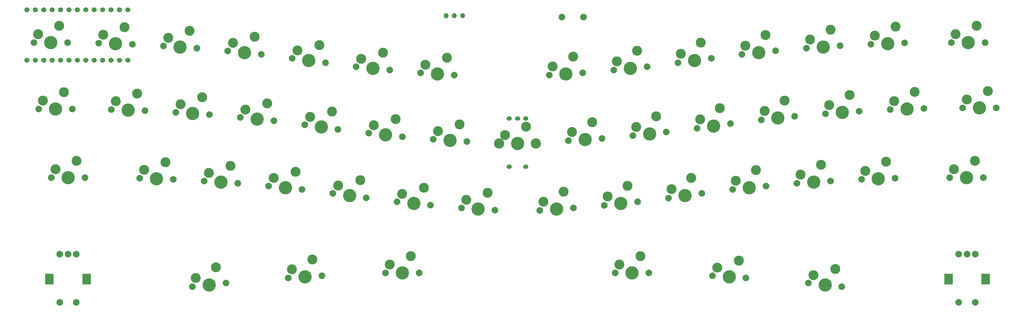
<source format=gbr>
G04 #@! TF.GenerationSoftware,KiCad,Pcbnew,(6.0.10)*
G04 #@! TF.CreationDate,2023-05-22T23:46:38+09:00*
G04 #@! TF.ProjectId,PARALLAX,50415241-4c4c-4415-982e-6b696361645f,rev?*
G04 #@! TF.SameCoordinates,Original*
G04 #@! TF.FileFunction,Soldermask,Top*
G04 #@! TF.FilePolarity,Negative*
%FSLAX46Y46*%
G04 Gerber Fmt 4.6, Leading zero omitted, Abs format (unit mm)*
G04 Created by KiCad (PCBNEW (6.0.10)) date 2023-05-22 23:46:38*
%MOMM*%
%LPD*%
G01*
G04 APERTURE LIST*
%ADD10C,3.000000*%
%ADD11C,4.000000*%
%ADD12C,2.000000*%
%ADD13O,1.500000X1.500000*%
%ADD14C,1.524000*%
%ADD15R,2.500000X3.200000*%
%ADD16O,1.600000X1.300000*%
%ADD17C,3.100000*%
G04 APERTURE END LIST*
D10*
X134648090Y-51653331D03*
D11*
X131591000Y-56440000D03*
D12*
X136643171Y-56971005D03*
X126538829Y-55908995D03*
D10*
X128067374Y-53515661D03*
D13*
X152347700Y-20446700D03*
X154847700Y-20446700D03*
X149847700Y-20446700D03*
D10*
X226573179Y-51771969D03*
D12*
X225669038Y-54463999D03*
D10*
X232507882Y-48372939D03*
D12*
X235730162Y-53050001D03*
D11*
X230699600Y-53757000D03*
D12*
X35620000Y-28550000D03*
D11*
X30540000Y-28550000D03*
D12*
X25460000Y-28550000D03*
D10*
X33080000Y-23470000D03*
X26730000Y-26010000D03*
D12*
X206263229Y-56666505D03*
D10*
X207260769Y-54007668D03*
X213310481Y-50817826D03*
D12*
X216367571Y-55604495D03*
D11*
X211315400Y-56135500D03*
D10*
X38258800Y-64280000D03*
D12*
X40798800Y-69360000D03*
D10*
X31908800Y-66820000D03*
D11*
X35718800Y-69360000D03*
D12*
X30638800Y-69360000D03*
D10*
X104989778Y-30939470D03*
D11*
X108409200Y-33985000D03*
D12*
X103378638Y-33278001D03*
X113439762Y-34691999D03*
D10*
X111631480Y-29307938D03*
X259781000Y-27621959D03*
D12*
X268826525Y-29535637D03*
D11*
X263758900Y-29890000D03*
D10*
X265938350Y-24645193D03*
D12*
X258691275Y-30244363D03*
D10*
X182102100Y-35781959D03*
D12*
X191147625Y-37695637D03*
D11*
X186080000Y-38050000D03*
D10*
X188259450Y-32805193D03*
D12*
X181012375Y-38404363D03*
D14*
X51247700Y-18675300D03*
X48707700Y-18675300D03*
X46167700Y-18675300D03*
X43627700Y-18675300D03*
X41087700Y-18675300D03*
X38547700Y-18675300D03*
X36007700Y-18675300D03*
X33467700Y-18675300D03*
X30927700Y-18675300D03*
X28387700Y-18675300D03*
X25847700Y-18675300D03*
X23307700Y-18675300D03*
X23307700Y-33895300D03*
X25847700Y-33895300D03*
X28387700Y-33895300D03*
X30927700Y-33895300D03*
X33467700Y-33895300D03*
X36007700Y-33895300D03*
X38547700Y-33895300D03*
X41087700Y-33895300D03*
X43627700Y-33895300D03*
X46167700Y-33895300D03*
X48707700Y-33895300D03*
X51247700Y-33895300D03*
X53787700Y-33895300D03*
X53787700Y-18675300D03*
D12*
X38218800Y-92512500D03*
X33218800Y-92512500D03*
X35718800Y-92512500D03*
D15*
X41318800Y-100012500D03*
X30118800Y-100012500D03*
D12*
X33218800Y-107012500D03*
X38218800Y-107012500D03*
D10*
X231746462Y-96520415D03*
D11*
X235370000Y-99320000D03*
D12*
X230302375Y-98965637D03*
X240437625Y-99674363D03*
D10*
X238258176Y-94429556D03*
D11*
X307550700Y-28528000D03*
D12*
X302470700Y-28528000D03*
X312630700Y-28528000D03*
D10*
X303740700Y-25988000D03*
X310090700Y-23448000D03*
X313490000Y-43235000D03*
D12*
X305870000Y-48315000D03*
D10*
X307140000Y-45775000D03*
D12*
X316030000Y-48315000D03*
D11*
X310950000Y-48315000D03*
D12*
X255135671Y-50844995D03*
X245031329Y-51907005D03*
D10*
X246028869Y-49248168D03*
D11*
X250083500Y-51376000D03*
D10*
X252078581Y-46058326D03*
D12*
X68299375Y-49630637D03*
D10*
X69743462Y-47185415D03*
X76255176Y-45094556D03*
D11*
X73367000Y-49985000D03*
D12*
X78434625Y-50339363D03*
D11*
X283261500Y-28865000D03*
D12*
X288338405Y-28687711D03*
X278184595Y-29042289D03*
D10*
X279365176Y-26459514D03*
X285622663Y-23699450D03*
D12*
X94077371Y-32136005D03*
D11*
X89025200Y-31605000D03*
D12*
X83973029Y-31073995D03*
D10*
X85501574Y-28680661D03*
X92082290Y-26818331D03*
X117312078Y-71754470D03*
D11*
X120731500Y-74800000D03*
D12*
X125762062Y-75506999D03*
D10*
X123953780Y-70122938D03*
D12*
X115700938Y-74093001D03*
X132845971Y-36891005D03*
D10*
X130850890Y-31573331D03*
D12*
X122741629Y-35828995D03*
D10*
X124270174Y-33435661D03*
D11*
X127793800Y-36360000D03*
X206021200Y-98130000D03*
D10*
X202211200Y-95590000D03*
D12*
X200941200Y-98130000D03*
D10*
X208561200Y-93050000D03*
D12*
X211101200Y-98130000D03*
D10*
X237386469Y-70297168D03*
D11*
X241441100Y-72425000D03*
D12*
X236388929Y-72956005D03*
X246493271Y-71893995D03*
D10*
X243436181Y-67107326D03*
X187882200Y-55568959D03*
D12*
X196927725Y-57482637D03*
D10*
X194039550Y-52592193D03*
D11*
X191860100Y-57837000D03*
D12*
X186792475Y-58191363D03*
X207725271Y-76653995D03*
D10*
X198618469Y-75057168D03*
D11*
X202673100Y-77185000D03*
D12*
X197620929Y-77716005D03*
D10*
X204668181Y-71867326D03*
X78268462Y-67920415D03*
X84780176Y-65829556D03*
D11*
X81892000Y-70720000D03*
D12*
X86959625Y-71074363D03*
X76824375Y-70365637D03*
D11*
X101347400Y-72420000D03*
D10*
X97823774Y-69495661D03*
X104404490Y-67633331D03*
D12*
X106399571Y-72951005D03*
X96295229Y-71888995D03*
D10*
X285145776Y-46249514D03*
D11*
X289042100Y-48655000D03*
D10*
X291403263Y-43489450D03*
D12*
X283965195Y-48832289D03*
X294119005Y-48477711D03*
D10*
X167640000Y-56499900D03*
X173990000Y-53959900D03*
D11*
X171450000Y-59039900D03*
D16*
X173950000Y-51539900D03*
X168950000Y-51539900D03*
X171450000Y-51539900D03*
D17*
X165900000Y-59039900D03*
X177000000Y-59039900D03*
D16*
X173950000Y-66039900D03*
X168950000Y-66039900D03*
D12*
X191368750Y-20850700D03*
X184868750Y-20850700D03*
D11*
X307070000Y-69360000D03*
D12*
X301990000Y-69360000D03*
D10*
X303260000Y-66820000D03*
X309610000Y-64280000D03*
D12*
X312150000Y-69360000D03*
X239251329Y-32121005D03*
D10*
X246298581Y-26272326D03*
D11*
X244303500Y-31590000D03*
D10*
X240248869Y-29462168D03*
D12*
X249355671Y-31058995D03*
D10*
X207530481Y-31032326D03*
D12*
X200483229Y-36881005D03*
D10*
X201480769Y-34222168D03*
D11*
X205535400Y-36350000D03*
D12*
X210587571Y-35818995D03*
X48787195Y-48787711D03*
D11*
X53864100Y-48965000D03*
D12*
X58941005Y-49142289D03*
D10*
X56579842Y-43976739D03*
X50145066Y-46293580D03*
D11*
X62389100Y-69700000D03*
D12*
X57312195Y-69522711D03*
D10*
X65104842Y-64711739D03*
X58670066Y-67028580D03*
D12*
X67466005Y-69877289D03*
D10*
X147423462Y-55335415D03*
D11*
X151047000Y-58135000D03*
D12*
X145979375Y-57780637D03*
D10*
X153935176Y-53244556D03*
D12*
X156114625Y-58489363D03*
X112364625Y-98965637D03*
D10*
X109476450Y-94075193D03*
D12*
X102229375Y-99674363D03*
D10*
X103319100Y-97051959D03*
D11*
X107297000Y-99320000D03*
D12*
X87770229Y-51154995D03*
X97874571Y-52217005D03*
D11*
X92822400Y-51686000D03*
D10*
X89298774Y-48761661D03*
X95879490Y-46899331D03*
D11*
X222057100Y-74805000D03*
D12*
X227087662Y-74098001D03*
X217026538Y-75511999D03*
D10*
X217930679Y-72819969D03*
X223865382Y-69420939D03*
D12*
X309681300Y-92512500D03*
X304681300Y-92512500D03*
X307181300Y-92512500D03*
D15*
X301581300Y-100012500D03*
X312781300Y-100012500D03*
D12*
X304681300Y-107012500D03*
X309681300Y-107012500D03*
D11*
X264319800Y-101770000D03*
D12*
X259267629Y-101238995D03*
D10*
X260796174Y-98845661D03*
D12*
X269371971Y-102301005D03*
D10*
X267376890Y-96983331D03*
X276503276Y-67297514D03*
D11*
X280399600Y-69703000D03*
D12*
X275322695Y-69880289D03*
X285476505Y-69525711D03*
D10*
X282760763Y-64537450D03*
D12*
X135063829Y-76646995D03*
D10*
X143173090Y-72391331D03*
D11*
X140116000Y-77178000D03*
D10*
X136592374Y-74253661D03*
D12*
X145168171Y-77709005D03*
X164639325Y-79229363D03*
D11*
X159571700Y-78875000D03*
D10*
X155948162Y-76075415D03*
X162459876Y-73984556D03*
D12*
X154504075Y-78520637D03*
D10*
X256918700Y-68457959D03*
D12*
X265964225Y-70371637D03*
D11*
X260896600Y-70726000D03*
D12*
X255828975Y-71080363D03*
D10*
X263076050Y-65481193D03*
X34496300Y-43545000D03*
D11*
X31956300Y-48625000D03*
D10*
X28146300Y-46085000D03*
D12*
X26876300Y-48625000D03*
X37036300Y-48625000D03*
X83399371Y-101238995D03*
D10*
X74292569Y-99642168D03*
D12*
X73295029Y-102301005D03*
D10*
X80342281Y-96452326D03*
D11*
X78347200Y-101770000D03*
X112206600Y-54064000D03*
D10*
X108787178Y-51018470D03*
D12*
X117237162Y-54770999D03*
D10*
X115428880Y-49386938D03*
D12*
X107176038Y-53357001D03*
X264471375Y-50031363D03*
D10*
X271718450Y-44432193D03*
D11*
X269539000Y-49677000D03*
D12*
X274606625Y-49322637D03*
D10*
X265561100Y-47408959D03*
D11*
X136645800Y-98130000D03*
D12*
X141725800Y-98130000D03*
D10*
X139185800Y-93050000D03*
X132835800Y-95590000D03*
D12*
X131565800Y-98130000D03*
D10*
X72457776Y-25016556D03*
D12*
X74637225Y-30261363D03*
D10*
X65946062Y-27107415D03*
D12*
X64501975Y-29552637D03*
D11*
X69569600Y-29907000D03*
D10*
X220792979Y-31984969D03*
X226727682Y-28585939D03*
D11*
X224919400Y-33970000D03*
D12*
X229949962Y-33263001D03*
X219888838Y-34676999D03*
D11*
X50066600Y-28890000D03*
D12*
X55143505Y-29067289D03*
D10*
X52782342Y-23901739D03*
X46347566Y-26218580D03*
D12*
X44989695Y-28712711D03*
X188285325Y-78530637D03*
X178150075Y-79239363D03*
D10*
X179239800Y-76616959D03*
X185397150Y-73640193D03*
D11*
X183217700Y-78885000D03*
X147249500Y-38057000D03*
D10*
X143625962Y-35257415D03*
D12*
X142181875Y-37702637D03*
X152317125Y-38411363D03*
D10*
X150137676Y-33166556D03*
M02*

</source>
